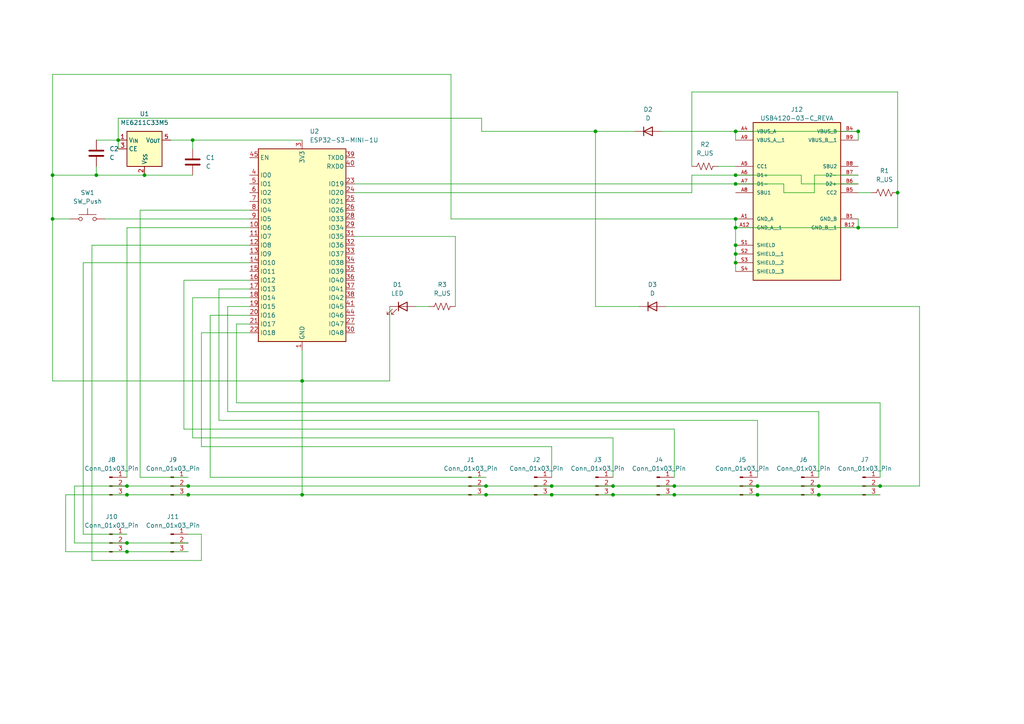
<source format=kicad_sch>
(kicad_sch (version 20231120) (generator "eeschema") (generator_version "8.0")
  (paper "A4")
  (lib_symbols
    (symbol "Connector:Conn_01x03_Pin" (pin_names (offset 1.016) hide)
      (property "Reference" "J" (at 0 5.08 0))
      (property "Value" "Conn_01x03_Pin" (at 0 -5.08 0))
      (symbol "Conn_01x03_Pin_1_1"
        (polyline (pts (xy 1.27 -2.54) (xy 0.8636 -2.54)) (stroke (width 0.1524)))
        (polyline (pts (xy 1.27 0) (xy 0.8636 0)) (stroke (width 0.1524)))
        (polyline (pts (xy 1.27 2.54) (xy 0.8636 2.54)) (stroke (width 0.1524)))
        (rectangle (start 0.8636 -2.413) (end 0 -2.667) (stroke (width 0.1524)) (fill (type outline)))
        (rectangle (start 0.8636 0.127) (end 0 -0.127) (stroke (width 0.1524)) (fill (type outline)))
        (rectangle (start 0.8636 2.667) (end 0 2.413) (stroke (width 0.1524)) (fill (type outline)))
        (pin passive line (at 5.08 2.54 180) (length 3.81) (name "Pin_1") (number "1"))
        (pin passive line (at 5.08 0 180) (length 3.81) (name "Pin_2") (number "2"))
        (pin passive line (at 5.08 -2.54 180) (length 3.81) (name "Pin_3") (number "3"))
      )
    )
    (symbol "Device:C" (pin_numbers hide) (pin_names (offset 0.254))
      (property "Reference" "C" (at 0.635 2.54 0))
      (property "Value" "C" (at 0.635 -2.54 0))
      (symbol "C_0_1"
        (polyline (pts (xy -2.032 -0.762) (xy 2.032 -0.762)) (stroke (width 0.508)))
        (polyline (pts (xy -2.032 0.762) (xy 2.032 0.762)) (stroke (width 0.508)))
      )
      (symbol "C_1_1"
        (pin passive line (at 0 3.81 270) (length 2.794) (name "~") (number "1"))
        (pin passive line (at 0 -3.81 90) (length 2.794) (name "~") (number "2"))
      )
    )
    (symbol "Device:D" (pin_numbers hide) (pin_names (offset 1.016) hide)
      (property "Reference" "D" (at 0 2.54 0))
      (property "Value" "D" (at 0 -2.54 0))
      (symbol "D_0_1"
        (polyline (pts (xy -1.27 1.27) (xy -1.27 -1.27)) (stroke (width 0.254)))
        (polyline (pts (xy 1.27 0) (xy -1.27 0)))
        (polyline (pts (xy 1.27 1.27) (xy 1.27 -1.27) (xy -1.27 0) (xy 1.27 1.27)) (stroke (width 0.254)))
      )
      (symbol "D_1_1"
        (pin passive line (at -3.81 0 0) (length 2.54) (name "K") (number "1"))
        (pin passive line (at 3.81 0 180) (length 2.54) (name "A") (number "2"))
      )
    )
    (symbol "Device:LED" (pin_numbers hide) (pin_names (offset 1.016) hide)
      (property "Reference" "D" (at 0 2.54 0))
      (property "Value" "LED" (at 0 -2.54 0))
      (symbol "LED_0_1"
        (polyline (pts (xy -1.27 -1.27) (xy -1.27 1.27)) (stroke (width 0.254)))
        (polyline (pts (xy -1.27 0) (xy 1.27 0)))
        (polyline (pts (xy 1.27 -1.27) (xy 1.27 1.27) (xy -1.27 0) (xy 1.27 -1.27)) (stroke (width 0.254)))
        (polyline (pts (xy -3.048 -0.762) (xy -4.572 -2.286) (xy -3.81 -2.286) (xy -4.572 -2.286) (xy -4.572 -1.524)))
        (polyline (pts (xy -1.778 -0.762) (xy -3.302 -2.286) (xy -2.54 -2.286) (xy -3.302 -2.286) (xy -3.302 -1.524)))
      )
      (symbol "LED_1_1"
        (pin passive line (at -3.81 0 0) (length 2.54) (name "K") (number "1"))
        (pin passive line (at 3.81 0 180) (length 2.54) (name "A") (number "2"))
      )
    )
    (symbol "Device:R_US" (pin_numbers hide) (pin_names (offset 0))
      (property "Reference" "R" (at 2.54 0 90))
      (property "Value" "R_US" (at -2.54 0 90))
      (symbol "R_US_0_1"
        (polyline (pts (xy 0 -2.286) (xy 0 -2.54)))
        (polyline (pts (xy 0 2.286) (xy 0 2.54)))
        (polyline (pts (xy 0 -0.762) (xy 1.016 -1.143) (xy 0 -1.524) (xy -1.016 -1.905) (xy 0 -2.286)))
        (polyline (pts (xy 0 0.762) (xy 1.016 0.381) (xy 0 0) (xy -1.016 -0.381) (xy 0 -0.762)))
        (polyline (pts (xy 0 2.286) (xy 1.016 1.905) (xy 0 1.524) (xy -1.016 1.143) (xy 0 0.762)))
      )
      (symbol "R_US_1_1"
        (pin passive line (at 0 3.81 270) (length 1.27) (name "~") (number "1"))
        (pin passive line (at 0 -3.81 90) (length 1.27) (name "~") (number "2"))
      )
    )
    (symbol "PCM_Espressif:ESP32-C6-MINI-1/U"
      (property "Reference" "U" (at -25.4 35.56 0))
      (property "Value" "ESP32-C6-MINI-1/U" (at -25.4 33.02 0))
      (symbol "ESP32-C6-MINI-1/U_0_0"
        (text "ESP32-C6-MINI-1" (at 0 -24.13 0) (effects (font (size 2 2))))
      )
      (symbol "ESP32-C6-MINI-1/U_0_1"
        (rectangle (start -25.4 30.48) (end 25.4 -30.48) (stroke (width 0.254)) (fill (type background)))
      )
      (symbol "ESP32-C6-MINI-1/U_1_1"
        (pin power_in line (at 0 -33.02 90) (length 2.54) (name "GND") (number "1"))
        (pin bidirectional line (at -27.94 5.08 0) (length 2.54) (name "MTDI/GPIO5/ADC1_CH5") (number "10"))
        (pin passive line (at 0 -33.02 90) (length 2.54) hide (name "GND") (number "11"))
        (pin bidirectional line (at -27.94 22.86 0) (length 2.54) (name "GPIO0/ADC1_CH0/XTAL_32K_P") (number "12"))
        (pin bidirectional line (at -27.94 20.32 0) (length 2.54) (name "GPIO1/ADC1_CH1/XTAL_32K_N") (number "13"))
        (pin passive line (at 0 -33.02 90) (length 2.54) hide (name "GND") (number "14"))
        (pin bidirectional line (at -27.94 2.54 0) (length 2.54) (name "MTCK/GPIO6/ADC1_CH6") (number "15"))
        (pin bidirectional line (at -27.94 0 0) (length 2.54) (name "MTDO/GPIO7") (number "16"))
        (pin bidirectional line (at 27.94 17.78 180) (length 2.54) (name "GPIO12/USB_D-") (number "17"))
        (pin bidirectional line (at 27.94 20.32 180) (length 2.54) (name "GPIO13/USB_D+") (number "18"))
        (pin bidirectional line (at 27.94 2.54 180) (length 2.54) (name "GPIO14") (number "19"))
        (pin passive line (at 0 -33.02 90) (length 2.54) hide (name "GND") (number "2"))
        (pin bidirectional line (at 27.94 0 180) (length 2.54) (name "GPIO15") (number "20"))
        (pin no_connect line (at -25.4 -10.16 0) (length 2.54) hide (name "NC") (number "21"))
        (pin bidirectional line (at 27.94 7.62 180) (length 2.54) (name "GPIO8") (number "22"))
        (pin bidirectional line (at 27.94 5.08 180) (length 2.54) (name "GPIO9") (number "23"))
        (pin bidirectional line (at 27.94 -2.54 180) (length 2.54) (name "GPIO18") (number "24"))
        (pin bidirectional line (at 27.94 -5.08 180) (length 2.54) (name "GPIO19") (number "25"))
        (pin bidirectional line (at 27.94 -7.62 180) (length 2.54) (name "GPIO20") (number "26"))
        (pin bidirectional line (at 27.94 -10.16 180) (length 2.54) (name "GPIO21") (number "27"))
        (pin bidirectional line (at 27.94 -12.7 180) (length 2.54) (name "GPIO22") (number "28"))
        (pin bidirectional line (at 27.94 -15.24 180) (length 2.54) (name "GPIO23") (number "29"))
        (pin power_in line (at 0 33.02 270) (length 2.54) (name "3V3") (number "3"))
        (pin bidirectional line (at 27.94 25.4 180) (length 2.54) (name "U0RXD/GPIO17") (number "30"))
        (pin bidirectional line (at 27.94 27.94 180) (length 2.54) (name "U0TXD/GPIO16") (number "31"))
        (pin no_connect line (at -25.4 -12.7 0) (length 2.54) hide (name "NC") (number "32"))
        (pin no_connect line (at -25.4 -15.24 0) (length 2.54) hide (name "NC") (number "33"))
        (pin no_connect line (at -25.4 -17.78 0) (length 2.54) hide (name "NC") (number "34"))
        (pin no_connect line (at -25.4 -20.32 0) (length 2.54) hide (name "NC") (number "35"))
        (pin passive line (at 0 -33.02 90) (length 2.54) hide (name "GND") (number "36"))
        (pin passive line (at 0 -33.02 90) (length 2.54) hide (name "GND") (number "37"))
        (pin passive line (at 0 -33.02 90) (length 2.54) hide (name "GND") (number "38"))
        (pin passive line (at 0 -33.02 90) (length 2.54) hide (name "GND") (number "39"))
        (pin no_connect line (at -25.4 -5.08 0) (length 2.54) hide (name "NC") (number "4"))
        (pin passive line (at 0 -33.02 90) (length 2.54) hide (name "GND") (number "40"))
        (pin passive line (at 0 -33.02 90) (length 2.54) hide (name "GND") (number "41"))
        (pin passive line (at 0 -33.02 90) (length 2.54) hide (name "GND") (number "42"))
        (pin passive line (at 0 -33.02 90) (length 2.54) hide (name "GND") (number "43"))
        (pin passive line (at 0 -33.02 90) (length 2.54) hide (name "GND") (number "44"))
        (pin passive line (at 0 -33.02 90) (length 2.54) hide (name "GND") (number "45"))
        (pin passive line (at 0 -33.02 90) (length 2.54) hide (name "GND") (number "46"))
        (pin passive line (at 0 -33.02 90) (length 2.54) hide (name "GND") (number "47"))
        (pin passive line (at 0 -33.02 90) (length 2.54) hide (name "GND") (number "48"))
        (pin passive line (at 0 -33.02 90) (length 2.54) hide (name "GND") (number "49"))
        (pin bidirectional line (at -27.94 17.78 0) (length 2.54) (name "GPIO2/ADC1_CH2") (number "5"))
        (pin passive line (at 0 -33.02 90) (length 2.54) hide (name "GND") (number "50"))
        (pin passive line (at 0 -33.02 90) (length 2.54) hide (name "GND") (number "51"))
        (pin passive line (at 0 -33.02 90) (length 2.54) hide (name "GND") (number "52"))
        (pin passive line (at 0 -33.02 90) (length 2.54) hide (name "GND") (number "53"))
        (pin bidirectional line (at -27.94 15.24 0) (length 2.54) (name "GPIO3/ADC1_CH3") (number "6"))
        (pin no_connect line (at -25.4 -7.62 0) (length 2.54) hide (name "NC") (number "7"))
        (pin input line (at -27.94 27.94 0) (length 2.54) (name "EN/CHIP_PU") (number "8"))
        (pin bidirectional line (at -27.94 7.62 0) (length 2.54) (name "MTMS/GPIO4/ADC1_CH4") (number "9"))
      )
    )
    (symbol "RF_Module:ESP32-S3-MINI-1U"
      (property "Reference" "U" (at -11.43 29.21 0))
      (property "Value" "ESP32-S3-MINI-1U" (at 12.7 29.21 0))
      (symbol "ESP32-S3-MINI-1U_0_1"
        (rectangle (start -12.7 27.94) (end 12.7 -27.94) (stroke (width 0.254)) (fill (type background)))
      )
      (symbol "ESP32-S3-MINI-1U_1_1"
        (pin power_in line (at 0 -30.48 90) (length 2.54) (name "GND") (number "1"))
        (pin bidirectional line (at -15.24 5.08 0) (length 2.54) (name "IO6") (number "10"))
        (pin bidirectional line (at -15.24 2.54 0) (length 2.54) (name "IO7") (number "11"))
        (pin bidirectional line (at -15.24 0 0) (length 2.54) (name "IO8") (number "12"))
        (pin bidirectional line (at -15.24 -2.54 0) (length 2.54) (name "IO9") (number "13"))
        (pin bidirectional line (at -15.24 -5.08 0) (length 2.54) (name "IO10") (number "14"))
        (pin bidirectional line (at -15.24 -7.62 0) (length 2.54) (name "IO11") (number "15"))
        (pin bidirectional line (at -15.24 -10.16 0) (length 2.54) (name "IO12") (number "16"))
        (pin bidirectional line (at -15.24 -12.7 0) (length 2.54) (name "IO13") (number "17"))
        (pin bidirectional line (at -15.24 -15.24 0) (length 2.54) (name "IO14") (number "18"))
        (pin bidirectional line (at -15.24 -17.78 0) (length 2.54) (name "IO15") (number "19"))
        (pin passive line (at 0 -30.48 90) (length 2.54) hide (name "GND") (number "2"))
        (pin bidirectional line (at -15.24 -20.32 0) (length 2.54) (name "IO16") (number "20"))
        (pin bidirectional line (at -15.24 -22.86 0) (length 2.54) (name "IO17") (number "21"))
        (pin bidirectional line (at -15.24 -25.4 0) (length 2.54) (name "IO18") (number "22"))
        (pin bidirectional line (at 15.24 17.78 180) (length 2.54) (name "IO19") (number "23"))
        (pin bidirectional line (at 15.24 15.24 180) (length 2.54) (name "IO20") (number "24"))
        (pin bidirectional line (at 15.24 12.7 180) (length 2.54) (name "IO21") (number "25"))
        (pin bidirectional line (at 15.24 10.16 180) (length 2.54) (name "IO26") (number "26"))
        (pin bidirectional line (at 15.24 -22.86 180) (length 2.54) (name "IO47") (number "27"))
        (pin bidirectional line (at 15.24 7.62 180) (length 2.54) (name "IO33") (number "28"))
        (pin bidirectional line (at 15.24 5.08 180) (length 2.54) (name "IO34") (number "29"))
        (pin power_in line (at 0 30.48 270) (length 2.54) (name "3V3") (number "3"))
        (pin bidirectional line (at 15.24 -25.4 180) (length 2.54) (name "IO48") (number "30"))
        (pin bidirectional line (at 15.24 2.54 180) (length 2.54) (name "IO35") (number "31"))
        (pin bidirectional line (at 15.24 0 180) (length 2.54) (name "IO36") (number "32"))
        (pin bidirectional line (at 15.24 -2.54 180) (length 2.54) (name "IO37") (number "33"))
        (pin bidirectional line (at 15.24 -5.08 180) (length 2.54) (name "IO38") (number "34"))
        (pin bidirectional line (at 15.24 -7.62 180) (length 2.54) (name "IO39") (number "35"))
        (pin bidirectional line (at 15.24 -10.16 180) (length 2.54) (name "IO40") (number "36"))
        (pin bidirectional line (at 15.24 -12.7 180) (length 2.54) (name "IO41") (number "37"))
        (pin bidirectional line (at 15.24 -15.24 180) (length 2.54) (name "IO42") (number "38"))
        (pin bidirectional line (at 15.24 25.4 180) (length 2.54) (name "TXD0") (number "39"))
        (pin bidirectional line (at -15.24 20.32 0) (length 2.54) (name "IO0") (number "4"))
        (pin bidirectional line (at 15.24 22.86 180) (length 2.54) (name "RXD0") (number "40"))
        (pin bidirectional line (at 15.24 -17.78 180) (length 2.54) (name "IO45") (number "41"))
        (pin passive line (at 0 -30.48 90) (length 2.54) hide (name "GND") (number "42"))
        (pin passive line (at 0 -30.48 90) (length 2.54) hide (name "GND") (number "43"))
        (pin bidirectional line (at 15.24 -20.32 180) (length 2.54) (name "IO46") (number "44"))
        (pin input line (at -15.24 25.4 0) (length 2.54) (name "EN") (number "45"))
        (pin passive line (at 0 -30.48 90) (length 2.54) hide (name "GND") (number "46"))
        (pin passive line (at 0 -30.48 90) (length 2.54) hide (name "GND") (number "47"))
        (pin passive line (at 0 -30.48 90) (length 2.54) hide (name "GND") (number "48"))
        (pin passive line (at 0 -30.48 90) (length 2.54) hide (name "GND") (number "49"))
        (pin bidirectional line (at -15.24 17.78 0) (length 2.54) (name "IO1") (number "5"))
        (pin passive line (at 0 -30.48 90) (length 2.54) hide (name "GND") (number "50"))
        (pin passive line (at 0 -30.48 90) (length 2.54) hide (name "GND") (number "51"))
        (pin passive line (at 0 -30.48 90) (length 2.54) hide (name "GND") (number "52"))
        (pin passive line (at 0 -30.48 90) (length 2.54) hide (name "GND") (number "53"))
        (pin passive line (at 0 -30.48 90) (length 2.54) hide (name "GND") (number "54"))
        (pin passive line (at 0 -30.48 90) (length 2.54) hide (name "GND") (number "55"))
        (pin passive line (at 0 -30.48 90) (length 2.54) hide (name "GND") (number "56"))
        (pin passive line (at 0 -30.48 90) (length 2.54) hide (name "GND") (number "57"))
        (pin passive line (at 0 -30.48 90) (length 2.54) hide (name "GND") (number "58"))
        (pin passive line (at 0 -30.48 90) (length 2.54) hide (name "GND") (number "59"))
        (pin bidirectional line (at -15.24 15.24 0) (length 2.54) (name "IO2") (number "6"))
        (pin passive line (at 0 -30.48 90) (length 2.54) hide (name "GND") (number "60"))
        (pin passive line (at 0 -30.48 90) (length 2.54) hide (name "GND") (number "61"))
        (pin passive line (at 0 -30.48 90) (length 2.54) hide (name "GND") (number "62"))
        (pin passive line (at 0 -30.48 90) (length 2.54) hide (name "GND") (number "63"))
        (pin passive line (at 0 -30.48 90) (length 2.54) hide (name "GND") (number "64"))
        (pin passive line (at 0 -30.48 90) (length 2.54) hide (name "GND") (number "65"))
        (pin bidirectional line (at -15.24 12.7 0) (length 2.54) (name "IO3") (number "7"))
        (pin bidirectional line (at -15.24 10.16 0) (length 2.54) (name "IO4") (number "8"))
        (pin bidirectional line (at -15.24 7.62 0) (length 2.54) (name "IO5") (number "9"))
      )
    )
    (symbol "Regulator_Linear:ME6211C33M5"
      (property "Reference" "U" (at -4.572 6.35 0))
      (property "Value" "ME6211C33M5" (at 10.16 8.636 0))
      (symbol "ME6211C33M5_1_1"
        (rectangle (start -5.08 5.08) (end 5.08 -5.08) (stroke (width 0.254)) (fill (type background)))
        (pin power_in line (at -7.62 2.54 0) (length 2.54) (name "V_{IN}") (number "1"))
        (pin power_in line (at 0 -7.62 90) (length 2.54) (name "V_{SS}") (number "2"))
        (pin input line (at -7.62 0 0) (length 2.54) (name "CE") (number "3"))
        (pin no_connect line (at 5.08 0 180) (length 2.54) hide (name "NC") (number "4"))
        (pin power_out line (at 7.62 2.54 180) (length 2.54) (name "V_{OUT}") (number "5"))
      )
    )
    (symbol "Switch:SW_Push" (pin_numbers hide) (pin_names (offset 1.016) hide)
      (property "Reference" "SW" (at 1.27 2.54 0))
      (property "Value" "SW_Push" (at 0 -1.524 0))
      (symbol "SW_Push_0_1"
        (circle (center -2.032 0) (radius 0.508))
        (polyline (pts (xy 0 1.27) (xy 0 3.048)))
        (polyline (pts (xy 2.54 1.27) (xy -2.54 1.27)))
        (circle (center 2.032 0) (radius 0.508))
        (pin passive line (at -5.08 0 0) (length 2.54) (name "1") (number "1"))
        (pin passive line (at 5.08 0 180) (length 2.54) (name "2") (number "2"))
      )
    )
    (symbol "usbc:USB4120-03-C_REVA" (pin_names (offset 1.016))
      (property "Reference" "J" (at -12.7 16.002 0))
      (property "Value" "USB4120-03-C_REVA" (at -12.7 -31.242 0))
      (symbol "USB4120-03-C_REVA_0_0"
        (rectangle (start -12.7 -30.48) (end 12.7 15.24) (stroke (width 0.254)) (fill (type background)))
        (pin power_in line (at -17.78 -12.7 0) (length 5.08) (name "GND_A") (number "A1"))
        (pin power_in line (at -17.78 -15.24 0) (length 5.08) (name "GND_A__1") (number "A12"))
        (pin power_in line (at -17.78 12.7 0) (length 5.08) (name "VBUS_A") (number "A4"))
        (pin bidirectional line (at -17.78 2.54 0) (length 5.08) (name "CC1") (number "A5"))
        (pin bidirectional line (at -17.78 0 0) (length 5.08) (name "D1+") (number "A6"))
        (pin bidirectional line (at -17.78 -2.54 0) (length 5.08) (name "D1-") (number "A7"))
        (pin bidirectional line (at -17.78 -5.08 0) (length 5.08) (name "SBU1") (number "A8"))
        (pin power_in line (at -17.78 10.16 0) (length 5.08) (name "VBUS_A__1") (number "A9"))
        (pin power_in line (at 17.78 -12.7 180) (length 5.08) (name "GND_B") (number "B1"))
        (pin power_in line (at 17.78 -15.24 180) (length 5.08) (name "GND_B__1") (number "B12"))
        (pin power_in line (at 17.78 12.7 180) (length 5.08) (name "VBUS_B") (number "B4"))
        (pin bidirectional line (at 17.78 -5.08 180) (length 5.08) (name "CC2") (number "B5"))
        (pin bidirectional line (at 17.78 -2.54 180) (length 5.08) (name "D2+") (number "B6"))
        (pin bidirectional line (at 17.78 0 180) (length 5.08) (name "D2-") (number "B7"))
        (pin bidirectional line (at 17.78 2.54 180) (length 5.08) (name "SBU2") (number "B8"))
        (pin power_in line (at 17.78 10.16 180) (length 5.08) (name "VBUS_B__1") (number "B9"))
        (pin passive line (at -17.78 -20.32 0) (length 5.08) (name "SHIELD") (number "S1"))
        (pin passive line (at -17.78 -22.86 0) (length 5.08) (name "SHIELD__1") (number "S2"))
        (pin passive line (at -17.78 -25.4 0) (length 5.08) (name "SHIELD__2") (number "S3"))
        (pin passive line (at -17.78 -27.94 0) (length 5.08) (name "SHIELD__3") (number "S4"))
      )
    )
  )
  (junction (at 195.58 140.97))
  (junction (at 36.83 157.48))
  (junction (at 87.63 143.51))
  (junction (at 140.97 140.97))
  (junction (at 237.49 143.51))
  (junction (at 160.02 143.51))
  (junction (at 219.71 140.97))
  (junction (at 140.97 143.51))
  (junction (at 213.36 71.12))
  (junction (at 213.36 53.34))
  (junction (at 36.83 160.02))
  (junction (at 213.36 66.04))
  (junction (at 160.02 140.97))
  (junction (at 237.49 140.97))
  (junction (at 248.92 66.04))
  (junction (at 213.36 50.8))
  (junction (at 213.36 38.1))
  (junction (at 248.92 38.1))
  (junction (at 260.35 55.88))
  (junction (at 15.24 50.8))
  (junction (at 177.8 143.51))
  (junction (at 87.63 110.49))
  (junction (at 27.94 50.8))
  (junction (at 36.83 143.51))
  (junction (at 219.71 143.51))
  (junction (at 36.83 140.97))
  (junction (at 54.61 140.97))
  (junction (at 255.27 140.97))
  (junction (at 213.36 63.5))
  (junction (at 34.29 40.64))
  (junction (at 195.58 143.51))
  (junction (at 41.91 50.8))
  (junction (at 172.72 38.1))
  (junction (at 177.8 140.97))
  (junction (at 213.36 73.66))
  (junction (at 55.88 40.64))
  (junction (at 54.61 143.51))
  (junction (at 213.36 76.2))
  (junction (at 15.24 63.5))
  (wire (pts (xy 26.67 71.12) (xy 26.67 162.56)))
  (wire (pts (xy 49.53 40.64) (xy 55.88 40.64)))
  (wire (pts (xy 63.5 121.92) (xy 219.71 121.92)))
  (wire (pts (xy 213.36 73.66) (xy 213.36 76.2)))
  (wire (pts (xy 213.36 71.12) (xy 213.36 73.66)))
  (wire (pts (xy 177.8 127) (xy 55.88 127)))
  (wire (pts (xy 219.71 121.92) (xy 219.71 138.43)))
  (wire (pts (xy 72.39 88.9) (xy 66.04 88.9)))
  (wire (pts (xy 232.41 53.34) (xy 248.92 53.34)))
  (wire (pts (xy 248.92 38.1) (xy 248.92 40.64)))
  (wire (pts (xy 19.05 160.02) (xy 36.83 160.02)))
  (wire (pts (xy 260.35 26.67) (xy 260.35 55.88)))
  (wire (pts (xy 54.61 138.43) (xy 40.64 138.43)))
  (wire (pts (xy 58.42 154.94) (xy 54.61 154.94)))
  (wire (pts (xy 160.02 140.97) (xy 177.8 140.97)))
  (wire (pts (xy 55.88 127) (xy 55.88 86.36)))
  (wire (pts (xy 55.88 86.36) (xy 72.39 86.36)))
  (wire (pts (xy 160.02 143.51) (xy 177.8 143.51)))
  (wire (pts (xy 27.94 48.26) (xy 27.94 50.8)))
  (wire (pts (xy 54.61 140.97) (xy 140.97 140.97)))
  (wire (pts (xy 15.24 50.8) (xy 27.94 50.8)))
  (wire (pts (xy 34.29 40.64) (xy 27.94 40.64)))
  (wire (pts (xy 208.28 48.26) (xy 213.36 48.26)))
  (wire (pts (xy 132.08 88.9) (xy 132.08 68.58)))
  (wire (pts (xy 232.41 50.8) (xy 232.41 53.34)))
  (wire (pts (xy 213.36 50.8) (xy 232.41 50.8)))
  (wire (pts (xy 21.59 157.48) (xy 36.83 157.48)))
  (wire (pts (xy 27.94 50.8) (xy 41.91 50.8)))
  (wire (pts (xy 36.83 157.48) (xy 54.61 157.48)))
  (wire (pts (xy 195.58 124.46) (xy 53.34 124.46)))
  (wire (pts (xy 132.08 68.58) (xy 102.87 68.58)))
  (wire (pts (xy 177.8 143.51) (xy 195.58 143.51)))
  (wire (pts (xy 213.36 38.1) (xy 248.92 38.1)))
  (wire (pts (xy 172.72 88.9) (xy 172.72 38.1)))
  (wire (pts (xy 36.83 143.51) (xy 54.61 143.51)))
  (wire (pts (xy 15.24 50.8) (xy 15.24 63.5)))
  (wire (pts (xy 248.92 55.88) (xy 252.73 55.88)))
  (wire (pts (xy 66.04 88.9) (xy 66.04 119.38)))
  (wire (pts (xy 227.33 53.34) (xy 213.36 53.34)))
  (wire (pts (xy 219.71 143.51) (xy 237.49 143.51)))
  (wire (pts (xy 55.88 50.8) (xy 41.91 50.8)))
  (wire (pts (xy 60.96 138.43) (xy 60.96 91.44)))
  (wire (pts (xy 15.24 21.59) (xy 15.24 50.8)))
  (wire (pts (xy 66.04 119.38) (xy 237.49 119.38)))
  (wire (pts (xy 213.36 66.04) (xy 213.36 71.12)))
  (wire (pts (xy 195.58 140.97) (xy 219.71 140.97)))
  (wire (pts (xy 177.8 140.97) (xy 195.58 140.97)))
  (wire (pts (xy 177.8 138.43) (xy 177.8 127)))
  (wire (pts (xy 130.81 21.59) (xy 15.24 21.59)))
  (wire (pts (xy 68.58 116.84) (xy 255.27 116.84)))
  (wire (pts (xy 213.36 66.04) (xy 248.92 66.04)))
  (wire (pts (xy 87.63 143.51) (xy 140.97 143.51)))
  (wire (pts (xy 193.04 88.9) (xy 266.7 88.9)))
  (wire (pts (xy 15.24 63.5) (xy 15.24 110.49)))
  (wire (pts (xy 237.49 140.97) (xy 255.27 140.97)))
  (wire (pts (xy 87.63 110.49) (xy 87.63 143.51)))
  (wire (pts (xy 213.36 76.2) (xy 213.36 78.74)))
  (wire (pts (xy 195.58 138.43) (xy 195.58 124.46)))
  (wire (pts (xy 236.22 55.88) (xy 227.33 55.88)))
  (wire (pts (xy 200.66 50.8) (xy 200.66 55.88)))
  (wire (pts (xy 72.39 83.82) (xy 63.5 83.82)))
  (wire (pts (xy 24.13 154.94) (xy 36.83 154.94)))
  (wire (pts (xy 237.49 143.51) (xy 255.27 143.51)))
  (wire (pts (xy 34.29 40.64) (xy 34.29 43.18)))
  (wire (pts (xy 130.81 63.5) (xy 213.36 63.5)))
  (wire (pts (xy 36.83 140.97) (xy 54.61 140.97)))
  (wire (pts (xy 15.24 110.49) (xy 87.63 110.49)))
  (wire (pts (xy 19.05 143.51) (xy 19.05 160.02)))
  (wire (pts (xy 185.42 88.9) (xy 172.72 88.9)))
  (wire (pts (xy 200.66 50.8) (xy 213.36 50.8)))
  (wire (pts (xy 36.83 160.02) (xy 54.61 160.02)))
  (wire (pts (xy 36.83 66.04) (xy 72.39 66.04)))
  (wire (pts (xy 248.92 66.04) (xy 248.92 63.5)))
  (wire (pts (xy 200.66 26.67) (xy 260.35 26.67)))
  (wire (pts (xy 58.42 129.54) (xy 58.42 96.52)))
  (wire (pts (xy 53.34 124.46) (xy 53.34 81.28)))
  (wire (pts (xy 40.64 138.43) (xy 40.64 60.96)))
  (wire (pts (xy 58.42 96.52) (xy 72.39 96.52)))
  (wire (pts (xy 36.83 138.43) (xy 36.83 66.04)))
  (wire (pts (xy 160.02 129.54) (xy 58.42 129.54)))
  (wire (pts (xy 213.36 63.5) (xy 213.36 66.04)))
  (wire (pts (xy 21.59 140.97) (xy 21.59 157.48)))
  (wire (pts (xy 140.97 138.43) (xy 60.96 138.43)))
  (wire (pts (xy 255.27 116.84) (xy 255.27 138.43)))
  (wire (pts (xy 113.03 110.49) (xy 87.63 110.49)))
  (wire (pts (xy 102.87 55.88) (xy 200.66 55.88)))
  (wire (pts (xy 237.49 119.38) (xy 237.49 138.43)))
  (wire (pts (xy 21.59 140.97) (xy 36.83 140.97)))
  (wire (pts (xy 54.61 143.51) (xy 87.63 143.51)))
  (wire (pts (xy 26.67 162.56) (xy 58.42 162.56)))
  (wire (pts (xy 113.03 88.9) (xy 113.03 110.49)))
  (wire (pts (xy 140.97 140.97) (xy 160.02 140.97)))
  (wire (pts (xy 266.7 88.9) (xy 266.7 140.97)))
  (wire (pts (xy 15.24 63.5) (xy 20.32 63.5)))
  (wire (pts (xy 72.39 76.2) (xy 24.13 76.2)))
  (wire (pts (xy 191.77 38.1) (xy 213.36 38.1)))
  (wire (pts (xy 130.81 21.59) (xy 130.81 63.5)))
  (wire (pts (xy 34.29 34.29) (xy 34.29 40.64)))
  (wire (pts (xy 139.7 34.29) (xy 34.29 34.29)))
  (wire (pts (xy 72.39 71.12) (xy 26.67 71.12)))
  (wire (pts (xy 160.02 138.43) (xy 160.02 129.54)))
  (wire (pts (xy 63.5 83.82) (xy 63.5 121.92)))
  (wire (pts (xy 236.22 50.8) (xy 236.22 55.88)))
  (wire (pts (xy 53.34 81.28) (xy 72.39 81.28)))
  (wire (pts (xy 266.7 140.97) (xy 255.27 140.97)))
  (wire (pts (xy 140.97 143.51) (xy 160.02 143.51)))
  (wire (pts (xy 72.39 93.98) (xy 68.58 93.98)))
  (wire (pts (xy 195.58 143.51) (xy 219.71 143.51)))
  (wire (pts (xy 184.15 38.1) (xy 172.72 38.1)))
  (wire (pts (xy 102.87 53.34) (xy 213.36 53.34)))
  (wire (pts (xy 248.92 50.8) (xy 236.22 50.8)))
  (wire (pts (xy 172.72 38.1) (xy 139.7 38.1)))
  (wire (pts (xy 58.42 162.56) (xy 58.42 154.94)))
  (wire (pts (xy 260.35 66.04) (xy 248.92 66.04)))
  (wire (pts (xy 213.36 38.1) (xy 213.36 40.64)))
  (wire (pts (xy 19.05 143.51) (xy 36.83 143.51)))
  (wire (pts (xy 55.88 40.64) (xy 55.88 43.18)))
  (wire (pts (xy 200.66 48.26) (xy 200.66 26.67)))
  (wire (pts (xy 227.33 55.88) (xy 227.33 53.34)))
  (wire (pts (xy 30.48 63.5) (xy 72.39 63.5)))
  (wire (pts (xy 60.96 91.44) (xy 72.39 91.44)))
  (wire (pts (xy 68.58 93.98) (xy 68.58 116.84)))
  (wire (pts (xy 55.88 40.64) (xy 87.63 40.64)))
  (wire (pts (xy 219.71 140.97) (xy 237.49 140.97)))
  (wire (pts (xy 260.35 55.88) (xy 260.35 66.04)))
  (wire (pts (xy 40.64 60.96) (xy 72.39 60.96)))
  (wire (pts (xy 24.13 76.2) (xy 24.13 154.94)))
  (wire (pts (xy 87.63 101.6) (xy 87.63 110.49)))
  (wire (pts (xy 139.7 38.1) (xy 139.7 34.29)))
  (wire (pts (xy 120.65 88.9) (xy 124.46 88.9)))
  (symbol (lib_id "PCM_Espressif:ESP32-C6-MINI-1/U") (at -41.91 63.5 0) (unit 1)
    (property "Reference" "U3" (at -39.7159 27.94 0) (effects (justify left)))
    (property "Value" "ESP32-C6-MINI-1/U" (at -39.7159 30.48 0) (effects (justify left)))
    (property "Footprint" "PCM_Espressif:ESP32-C6-MINI-1" (effects (hide yes)))
    (property "Datasheet" "https://www.espressif.com/sites/default/files/documentation/esp32-c6-mini-1_datasheet_en.pdf" (effects (hide yes)))
    (property "Description" "ESP32-C6-MINI-1 is a module that supports 2.4 GHz Wi-Fi 6 (802.11 ax), Bluetooth® 5 (LE), Zigbee and Thread (802.15.4)" (effects (hide yes)))
  )
  (symbol (lib_id "Device:R_US") (at 256.54 55.88 270) (unit 1)
    (property "Reference" "R1" (at 256.54 49.53 90))
    (property "Value" "R_US" (at 256.54 52.07 90))
    (property "Footprint" "Resistor_SMD:R_0402_1005Metric_Pad0.72x0.64mm_HandSolder" (effects (hide yes)))
    (property "Description" "Resistor, US symbol" (effects (hide yes)))
  )
  (symbol (lib_id "Device:R_US") (at 204.47 48.26 90) (unit 1)
    (property "Reference" "R2" (at 204.47 41.91 90))
    (property "Value" "R_US" (at 204.47 44.45 90))
    (property "Footprint" "Resistor_SMD:R_0402_1005Metric_Pad0.72x0.64mm_HandSolder" (effects (hide yes)))
    (property "Description" "Resistor, US symbol" (effects (hide yes)))
  )
  (symbol (lib_id "Connector:Conn_01x03_Pin") (at 154.94 140.97 0) (unit 1)
    (property "Reference" "J2" (at 155.575 133.35 0))
    (property "Value" "Conn_01x03_Pin" (at 155.575 135.89 0))
    (property "Footprint" "Connector_PinHeader_2.54mm:PinHeader_1x03_P2.54mm_Vertical" (effects (hide yes)))
    (property "Description" "Generic connector, single row, 01x03, script generated" (effects (hide yes)))
  )
  (symbol (lib_id "Device:D") (at 187.96 38.1 0) (unit 1)
    (property "Reference" "D2" (at 187.96 31.75 0))
    (property "Value" "D" (at 187.96 34.29 0))
    (property "Footprint" "Diode_SMD:D_2010_5025Metric_Pad1.52x2.65mm_HandSolder" (effects (hide yes)))
    (property "Description" "Diode" (effects (hide yes)))
    (property "Sim.Device" "D" (effects (hide yes)))
    (property "Sim.Pins" "1=K 2=A" (effects (hide yes)))
  )
  (symbol (lib_id "Connector:Conn_01x03_Pin") (at 49.53 157.48 0) (unit 1)
    (property "Reference" "J11" (at 50.165 149.86 0))
    (property "Value" "Conn_01x03_Pin" (at 50.165 152.4 0))
    (property "Footprint" "Connector_PinHeader_2.54mm:PinHeader_1x03_P2.54mm_Vertical" (effects (hide yes)))
    (property "Description" "Generic connector, single row, 01x03, script generated" (effects (hide yes)))
  )
  (symbol (lib_id "Device:C") (at 27.94 44.45 0) (unit 1)
    (property "Reference" "C2" (at 31.75 43.1799 0) (effects (justify left)))
    (property "Value" "C" (at 31.75 45.7199 0) (effects (justify left)))
    (property "Footprint" "Capacitor_SMD:C_0402_1005Metric_Pad0.74x0.62mm_HandSolder" (effects (hide yes)))
    (property "Description" "Unpolarized capacitor" (effects (hide yes)))
  )
  (symbol (lib_id "Switch:SW_Push") (at 25.4 63.5 0) (unit 1)
    (property "Reference" "SW1" (at 25.4 55.88 0))
    (property "Value" "SW_Push" (at 25.4 58.42 0))
    (property "Footprint" "Button_Switch_SMD:SW_Tactile_SPST_NO_Straight_CK_PTS636Sx25SMTRLFS" (effects (hide yes)))
    (property "Description" "Push button switch, generic, two pins" (effects (hide yes)))
  )
  (symbol (lib_id "Device:R_US") (at 128.27 88.9 90) (unit 1)
    (property "Reference" "R3" (at 128.27 82.55 90))
    (property "Value" "R_US" (at 128.27 85.09 90))
    (property "Footprint" "Resistor_SMD:R_0402_1005Metric_Pad0.72x0.64mm_HandSolder" (effects (hide yes)))
    (property "Description" "Resistor, US symbol" (effects (hide yes)))
  )
  (symbol (lib_id "Connector:Conn_01x03_Pin") (at 190.5 140.97 0) (unit 1)
    (property "Reference" "J4" (at 191.135 133.35 0))
    (property "Value" "Conn_01x03_Pin" (at 191.135 135.89 0))
    (property "Footprint" "Connector_PinHeader_2.54mm:PinHeader_1x03_P2.54mm_Vertical" (effects (hide yes)))
    (property "Description" "Generic connector, single row, 01x03, script generated" (effects (hide yes)))
  )
  (symbol (lib_id "usbc:USB4120-03-C_REVA") (at 231.14 50.8 0) (unit 1)
    (property "Reference" "J12" (at 231.14 31.75 0))
    (property "Value" "USB4120-03-C_REVA" (at 231.14 34.29 0))
    (property "Footprint" "usbc:USB4120-03-C_GCT" (effects (hide yes)))
    (property "PARTREV" "A" (effects (hide yes)))
    (property "MANUFACTURER" "GCT" (effects (hide yes)))
    (property "MAXIMUM_PACKAGE_HEIGHT" "6.5mm" (effects (hide yes)))
    (property "STANDARD" "Manufacturer Recommendations" (effects (hide yes)))
  )
  (symbol (lib_id "Connector:Conn_01x03_Pin") (at 172.72 140.97 0) (unit 1)
    (property "Reference" "J3" (at 173.355 133.35 0))
    (property "Value" "Conn_01x03_Pin" (at 173.355 135.89 0))
    (property "Footprint" "Connector_PinHeader_2.54mm:PinHeader_1x03_P2.54mm_Vertical" (effects (hide yes)))
    (property "Description" "Generic connector, single row, 01x03, script generated" (effects (hide yes)))
  )
  (symbol (lib_id "RF_Module:ESP32-S3-MINI-1U") (at 87.63 71.12 0) (unit 1)
    (property "Reference" "U2" (at 89.8241 38.1 0) (effects (justify left)))
    (property "Value" "ESP32-S3-MINI-1U" (at 89.8241 40.64 0) (effects (justify left)))
    (property "Footprint" "RF_Module:ESP32-S2-MINI-1U" (effects (hide yes)))
    (property "Datasheet" "https://www.espressif.com/sites/default/files/documentation/esp32-s3-mini-1_mini-1u_datasheet_en.pdf" (effects (hide yes)))
    (property "Description" "RF Module, ESP32-S3 SoC, Wi-Fi 802.11b/g/n, Bluetooth, BLE, 32-bit, 3.3V, SMD, external antenna" (effects (hide yes)))
  )
  (symbol (lib_id "Device:LED") (at 116.84 88.9 0) (unit 1)
    (property "Reference" "D1" (at 115.2525 82.55 0))
    (property "Value" "LED" (at 115.2525 85.09 0))
    (property "Footprint" "LED_THT:LED_D3.0mm" (effects (hide yes)))
    (property "Description" "Light emitting diode" (effects (hide yes)))
  )
  (symbol (lib_id "Device:D") (at 189.23 88.9 0) (unit 1)
    (property "Reference" "D3" (at 189.23 82.55 0))
    (property "Value" "D" (at 189.23 85.09 0))
    (property "Footprint" "Diode_SMD:D_2010_5025Metric_Pad1.52x2.65mm_HandSolder" (effects (hide yes)))
    (property "Description" "Diode" (effects (hide yes)))
    (property "Sim.Device" "D" (effects (hide yes)))
    (property "Sim.Pins" "1=K 2=A" (effects (hide yes)))
  )
  (symbol (lib_id "Connector:Conn_01x03_Pin") (at 250.19 140.97 0) (unit 1)
    (property "Reference" "J7" (at 250.825 133.35 0))
    (property "Value" "Conn_01x03_Pin" (at 250.825 135.89 0))
    (property "Footprint" "Connector_PinHeader_2.54mm:PinHeader_1x03_P2.54mm_Vertical" (effects (hide yes)))
    (property "Description" "Generic connector, single row, 01x03, script generated" (effects (hide yes)))
  )
  (symbol (lib_id "Regulator_Linear:ME6211C33M5") (at 41.91 43.18 0) (unit 1)
    (property "Reference" "U1" (at 41.91 33.02 0))
    (property "Value" "ME6211C33M5" (at 41.91 35.56 0))
    (property "Footprint" "Package_TO_SOT_SMD:SOT-23-5" (effects (hide yes)))
    (property "Datasheet" "https://www.lcsc.com/datasheet/lcsc_datasheet_2304140030_MICRONE-Nanjing-Micro-One-Elec-ME6211C33R5G_C235316.pdf" (effects (hide yes)))
    (property "Description" "500mA low dropout linear regulator, shutdown pin, 6.5V max input voltage, 3.3V fixed positive output, SOT-23-5" (effects (hide yes)))
  )
  (symbol (lib_id "Connector:Conn_01x03_Pin") (at 232.41 140.97 0) (unit 1)
    (property "Reference" "J6" (at 233.045 133.35 0))
    (property "Value" "Conn_01x03_Pin" (at 233.045 135.89 0))
    (property "Footprint" "Connector_PinHeader_2.54mm:PinHeader_1x03_P2.54mm_Vertical" (effects (hide yes)))
    (property "Description" "Generic connector, single row, 01x03, script generated" (effects (hide yes)))
  )
  (symbol (lib_id "Connector:Conn_01x03_Pin") (at 135.89 140.97 0) (unit 1)
    (property "Reference" "J1" (at 136.525 133.35 0))
    (property "Value" "Conn_01x03_Pin" (at 136.525 135.89 0))
    (property "Footprint" "Connector_PinHeader_2.54mm:PinHeader_1x03_P2.54mm_Vertical" (effects (hide yes)))
    (property "Description" "Generic connector, single row, 01x03, script generated" (effects (hide yes)))
  )
  (symbol (lib_id "Device:C") (at 55.88 46.99 0) (unit 1)
    (property "Reference" "C1" (at 59.69 45.7199 0) (effects (justify left)))
    (property "Value" "C" (at 59.69 48.2599 0) (effects (justify left)))
    (property "Footprint" "Capacitor_SMD:C_0402_1005Metric_Pad0.74x0.62mm_HandSolder" (effects (hide yes)))
    (property "Description" "Unpolarized capacitor" (effects (hide yes)))
  )
  (symbol (lib_id "Connector:Conn_01x03_Pin") (at 49.53 140.97 0) (unit 1)
    (property "Reference" "J9" (at 50.165 133.35 0))
    (property "Value" "Conn_01x03_Pin" (at 50.165 135.89 0))
    (property "Footprint" "Connector_PinHeader_2.54mm:PinHeader_1x03_P2.54mm_Vertical" (effects (hide yes)))
    (property "Description" "Generic connector, single row, 01x03, script generated" (effects (hide yes)))
  )
  (symbol (lib_id "Connector:Conn_01x03_Pin") (at 31.75 140.97 0) (unit 1)
    (property "Reference" "J8" (at 32.385 133.35 0))
    (property "Value" "Conn_01x03_Pin" (at 32.385 135.89 0))
    (property "Footprint" "Connector_PinHeader_2.54mm:PinHeader_1x03_P2.54mm_Vertical" (effects (hide yes)))
    (property "Description" "Generic connector, single row, 01x03, script generated" (effects (hide yes)))
  )
  (symbol (lib_id "Connector:Conn_01x03_Pin") (at 31.75 157.48 0) (unit 1)
    (property "Reference" "J10" (at 32.385 149.86 0))
    (property "Value" "Conn_01x03_Pin" (at 32.385 152.4 0))
    (property "Footprint" "Connector_PinHeader_2.54mm:PinHeader_1x03_P2.54mm_Vertical" (effects (hide yes)))
    (property "Description" "Generic connector, single row, 01x03, script generated" (effects (hide yes)))
  )
  (symbol (lib_id "Connector:Conn_01x03_Pin") (at 214.63 140.97 0) (unit 1)
    (property "Reference" "J5" (at 215.265 133.35 0))
    (property "Value" "Conn_01x03_Pin" (at 215.265 135.89 0))
    (property "Footprint" "Connector_PinHeader_2.54mm:PinHeader_1x03_P2.54mm_Vertical" (effects (hide yes)))
    (property "Description" "Generic connector, single row, 01x03, script generated" (effects (hide yes)))
  )
)
</source>
